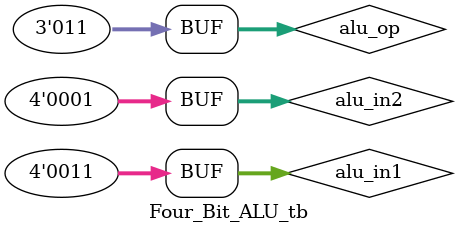
<source format=v>
module Four_Bit_ALU_tb();
reg [3:0] alu_in1,alu_in2;
reg [2:0] alu_op;
wire [3:0]alu_out;
Four_Bit_ALU DUT (.alu_in1(alu_in1),
.alu_in2(alu_in2),.alu_op(alu_op),
.alu_out(alu_out));
initial
begin
alu_op =3'b000;alu_in1=3'b0011; 
alu_in2=3'b0001;
#10;
alu_op =3'b001;alu_in1=3'b0011;
alu_in2=3'b0001;
#10;
alu_op =3'b010;alu_in1=3'b0011; 
alu_in2=3'b0001;
#10;
alu_op =3'b011;alu_in1=3'b0011; 
alu_in2=3'b0001;
#10;
end
endmodule
</source>
